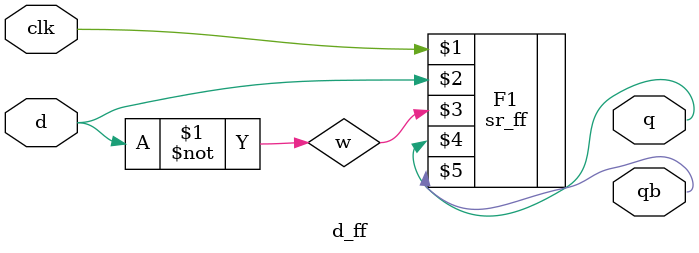
<source format=v>
`timescale 1ns / 1ps


module d_ff(clk,d,q,qb);

        input clk,d;
        output reg q;
        output qb;
        wire w;
        
        assign w = ~d;
        
        sr_ff F1(clk,d,w,q,qb);
        
endmodule

</source>
